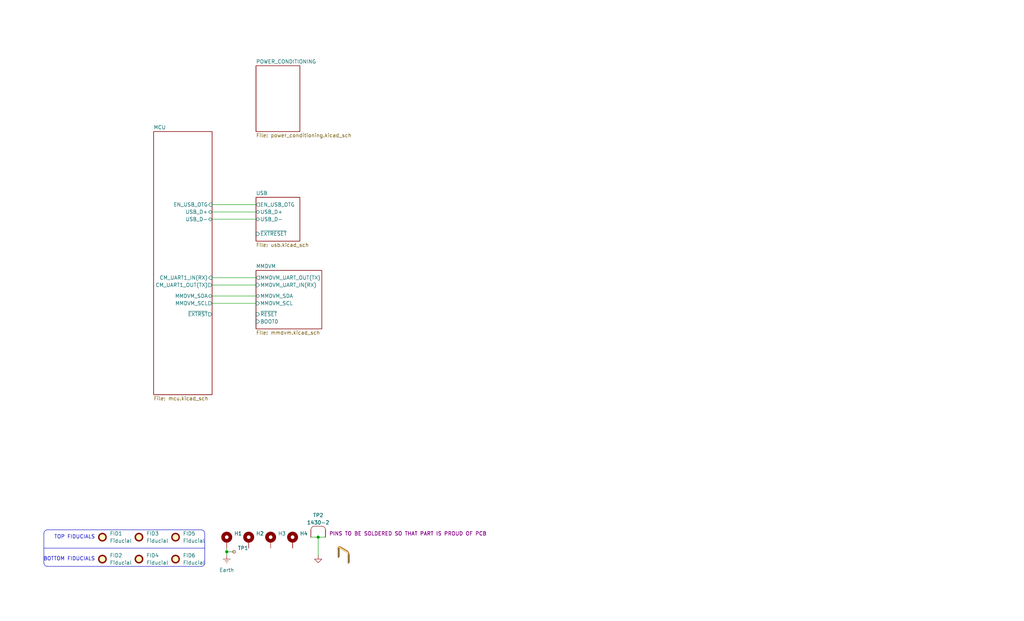
<source format=kicad_sch>
(kicad_sch (version 20250114) (generator "eeschema") (generator_version "9.0")
  (paper "USLegal")
  (lib_symbols
    (symbol "Connector:TestPoint_Small" (pin_numbers (hide yes)) (pin_names (offset 0.762) (hide yes))
      (property "Reference" "TP" (at 0 3.81 0))
      (property "Value" "TestPoint_Small" (at 0 2.032 0))
      (symbol "TestPoint_Small_0_1"
        (circle (center 0 0) (radius 0.508))
      )
      (symbol "TestPoint_Small_1_1"
        (pin passive line (at 0 0 90) (length 0) (name "1") (number "1"))
      )
    )
    (symbol "DDCEE:GND" (power) (pin_numbers (hide yes)) (pin_names (offset 0) (hide yes))
      (symbol "GND_0_1"
        (polyline (pts (xy 0 0) (xy 0 -1.27) (xy 1.27 -1.27) (xy 0 -2.54) (xy -1.27 -1.27) (xy 0 -1.27)))
      )
      (symbol "GND_1_1"
        (pin power_in line (at 0 0 270) (length 0) (name "~") (number "1"))
      )
    )
    (symbol "DDCEE:TP_2P_Keystone_1430-2" (pin_numbers (hide yes)) (pin_names (hide yes))
      (property "Reference" "TP" (at 2.54 4.826 0))
      (property "Value" "1430-2" (at 8.636 1.016 0))
      (property "Assembly Instructions" "PINS TO BE SOLDERED SO THAT PART IS PROUD OF PCB" (at 30.734 -0.508 0))
      (symbol "TP_2P_Keystone_1430-2_0_1"
        (polyline (pts (xy 1.27 3.81) (xy 3.81 3.81)))
        (arc (start 0 2.54) (mid 0.372 3.438) (end 1.27 3.81))
        (arc (start 3.81 3.81) (mid 4.708 3.438) (end 5.08 2.54))
      )
      (symbol "TP_2P_Keystone_1430-2_1_1"
        (pin power_in line (at 0 0 90) (length 2.54) (name "1") (number "1"))
        (pin power_in line (at 5.08 0 90) (length 2.54) (name "2") (number "2"))
      )
    )
    (symbol "Mechanical:Fiducial" (exclude_from_sim yes) (in_bom no)
      (property "Reference" "FID" (at 0 5.08 0))
      (property "Value" "Fiducial" (at 0 3.175 0))
      (symbol "Fiducial_0_1"
        (circle (center 0 0) (radius 1.27) (stroke (width 0.508)) (fill (type background)))
      )
    )
    (symbol "Mechanical:MountingHole_Pad" (pin_numbers (hide yes)) (pin_names (offset 1.016) (hide yes)) (exclude_from_sim yes) (in_bom no)
      (property "Reference" "H" (at 0 6.35 0))
      (property "Value" "MountingHole_Pad" (at 0 4.445 0))
      (symbol "MountingHole_Pad_0_1"
        (circle (center 0 1.27) (radius 1.27) (stroke (width 1.27)))
      )
      (symbol "MountingHole_Pad_1_1"
        (pin input line (at 0 -2.54 90) (length 2.54) (name "1") (number "1"))
      )
    )
    (symbol "power:Earth" (power) (pin_numbers (hide yes)) (pin_names (offset 0) (hide yes))
      (property "Value" "Earth" (at 0 -3.81 0))
      (symbol "Earth_0_1"
        (polyline (pts (xy -0.635 -1.905) (xy 0.635 -1.905)))
        (polyline (pts (xy -0.127 -2.54) (xy 0.127 -2.54)))
        (polyline (pts (xy 0 -1.27) (xy 0 0)))
        (polyline (pts (xy 1.27 -1.27) (xy -1.27 -1.27)))
      )
      (symbol "Earth_1_1"
        (pin power_in line (at 0 0 270) (length 0) (name "~") (number "1"))
      )
    )
  )
  (arc (start 16.51 196.85) (mid 15.612 196.478) (end 15.24 195.58))
  (arc (start 15.24 185.42) (mid 15.612 184.522) (end 16.51 184.15))
  (arc (start 69.85 184.15) (mid 70.748 184.522) (end 71.12 185.42))
  (arc (start 71.12 195.58) (mid 70.748 196.478) (end 69.85 196.85))
  (text "BOTTOM FIDUCIALS\n" (at 33.02 194.31 0) (effects (font (size 1.27 1.27)) (justify right)))
  (text "TOP FIDUCIALS" (at 33.02 186.69 0) (effects (font (size 1.27 1.27)) (justify right)))
  (junction (at 110.49 186.69))
  (junction (at 78.74 191.77))
  (no_connect (at -85.09 3.81))
  (polyline (pts (xy 71.12 185.42) (xy 71.12 195.58)))
  (wire (pts (xy 107.95 186.69) (xy 110.49 186.69)))
  (polyline (pts (xy 15.24 190.5) (xy 71.12 190.5)))
  (wire (pts (xy 78.74 191.77) (xy 81.28 191.77)))
  (wire (pts (xy 110.49 186.69) (xy 113.03 186.69)))
  (wire (pts (xy 73.66 76.2) (xy 88.9 76.2)))
  (wire (pts (xy 110.49 193.04) (xy 110.49 186.69)))
  (wire (pts (xy 78.74 190.5) (xy 78.74 191.77)))
  (polyline (pts (xy 15.24 185.42) (xy 15.24 195.58)))
  (wire (pts (xy 73.66 105.41) (xy 88.9 105.41)))
  (polyline (pts (xy 16.51 196.85) (xy 69.85 196.85)))
  (polyline (pts (xy 16.51 184.15) (xy 69.85 184.15)))
  (wire (pts (xy 78.74 191.77) (xy 78.74 193.04)))
  (wire (pts (xy 73.66 73.66) (xy 88.9 73.66)))
  (wire (pts (xy 73.66 102.87) (xy 88.9 102.87)))
  (wire (pts (xy 73.66 99.06) (xy 88.9 99.06)))
  (wire (pts (xy 73.66 96.52) (xy 88.9 96.52)))
  (wire (pts (xy 73.66 71.12) (xy 88.9 71.12)))
  (image (at 119.38 193.04) (scale 0.218519))
  (symbol (lib_id "power:Earth") (at 78.74 193.04 0) (unit 1)
    (property "Reference" "#PWR061" (effects (hide yes)))
    (property "Value" "Earth" (at 78.74 198.12 0))
    (property "Description" "Power symbol creates a global label with name \"Earth\"" (effects (hide yes)))
  )
  (symbol (lib_id "Mechanical:Fiducial") (at 48.26 194.31 0) (unit 1) (exclude_from_sim yes) (in_bom no)
    (property "Reference" "FID4" (at 50.8 193.04 0) (effects (justify left)))
    (property "Value" "Fiducial" (at 50.8 195.58 0) (effects (justify left)))
    (property "Footprint" "Fiducial:Fiducial_0.75mm_Mask1.5mm" (effects (hide yes)))
    (property "Description" "Fiducial Marker" (effects (hide yes)))
  )
  (symbol (lib_id "Mechanical:Fiducial") (at 60.96 194.31 0) (unit 1) (exclude_from_sim yes) (in_bom no)
    (property "Reference" "FID6" (at 63.5 193.04 0) (effects (justify left)))
    (property "Value" "Fiducial" (at 63.5 195.58 0) (effects (justify left)))
    (property "Footprint" "Fiducial:Fiducial_0.75mm_Mask1.5mm" (effects (hide yes)))
    (property "Description" "Fiducial Marker" (effects (hide yes)))
  )
  (symbol (lib_id "DDCEE:TP_2P_Keystone_1430-2") (at 107.95 186.69 0) (unit 1)
    (property "Reference" "TP2" (at 110.49 179.07 0))
    (property "Value" "1430-2" (at 110.49 181.61 0))
    (property "Footprint" "DDCEE:TP_2P_Keystone_1430-2" (effects (hide yes)))
    (property "Datasheet" "https://www.keyelco.com/userAssets/file/M65p105.pdf" (effects (hide yes)))
    (property "Description" "PIN SHORTING .040\"DIA" (effects (hide yes)))
    (property "Detailed Description" "2 (1 x 2) Position Shunt Connector Non-Insulated 0.250\" (6.40mm) Gold" (effects (hide yes)))
    (property "Manufacturer" "Keystone Electronics" (effects (hide yes)))
    (property "Manufacturer PN" "1430-2" (effects (hide yes)))
    (property "Supplier 1" "DigiKey" (effects (hide yes)))
    (property "Supplier 1 PN" "36-1430-2-ND" (effects (hide yes)))
    (property "Supplier 1 Link" "https://www.digikey.com/en/products/detail/keystone-electronics/1430-2/2746418" (effects (hide yes)))
    (property "Assembly Instructions" "PINS TO BE SOLDERED SO THAT PART IS PROUD OF PCB" (at 114.3 185.42 0) (effects (justify left)))
  )
  (symbol (lib_id "Mechanical:MountingHole_Pad") (at 86.36 187.96 0) (unit 1) (exclude_from_sim yes) (in_bom no)
    (property "Reference" "H2" (at 88.9 185.42 0) (effects (justify left)))
    (property "Value" "MountingHole_Pad" (effects (hide yes)))
    (property "Footprint" "MountingHole:MountingHole_3.2mm_M3" (effects (hide yes)))
    (property "Description" "Mounting Hole with connection" (effects (hide yes)))
  )
  (symbol (lib_id "Mechanical:Fiducial") (at 60.96 186.69 0) (unit 1) (exclude_from_sim yes) (in_bom no)
    (property "Reference" "FID5" (at 63.5 185.42 0) (effects (justify left)))
    (property "Value" "Fiducial" (at 63.5 187.96 0) (effects (justify left)))
    (property "Footprint" "Fiducial:Fiducial_0.75mm_Mask1.5mm" (effects (hide yes)))
    (property "Description" "Fiducial Marker" (effects (hide yes)))
  )
  (symbol (lib_id "Mechanical:MountingHole_Pad") (at 78.74 187.96 0) (unit 1) (exclude_from_sim yes) (in_bom no)
    (property "Reference" "H1" (at 81.28 185.42 0) (effects (justify left)))
    (property "Value" "MountingHole_Pad" (effects (hide yes)))
    (property "Footprint" "MountingHole:MountingHole_3.2mm_M3_Pad_Via" (effects (hide yes)))
    (property "Description" "Mounting Hole with connection" (effects (hide yes)))
  )
  (symbol (lib_id "Mechanical:Fiducial") (at 48.26 186.69 0) (unit 1) (exclude_from_sim yes) (in_bom no)
    (property "Reference" "FID3" (at 50.8 185.42 0) (effects (justify left)))
    (property "Value" "Fiducial" (at 50.8 187.96 0) (effects (justify left)))
    (property "Footprint" "Fiducial:Fiducial_0.75mm_Mask1.5mm" (effects (hide yes)))
    (property "Description" "Fiducial Marker" (effects (hide yes)))
  )
  (symbol (lib_id "Connector:TestPoint_Small") (at 81.28 191.77 0) (unit 1) (exclude_from_sim yes) (in_bom no)
    (property "Reference" "TP1" (at 82.55 190.5 0) (effects (justify left)))
    (property "Value" "TestPoint_Small" (effects (hide yes)))
    (property "Footprint" "TestPoint:TestPoint_Pad_D2.5mm" (effects (hide yes)))
    (property "Description" "test point" (effects (hide yes)))
  )
  (symbol (lib_id "Mechanical:Fiducial") (at 35.56 186.69 0) (unit 1) (exclude_from_sim yes) (in_bom no)
    (property "Reference" "FID1" (at 38.1 185.42 0) (effects (justify left)))
    (property "Value" "Fiducial" (at 38.1 187.96 0) (effects (justify left)))
    (property "Footprint" "Fiducial:Fiducial_0.75mm_Mask1.5mm" (effects (hide yes)))
    (property "Description" "Fiducial Marker" (effects (hide yes)))
  )
  (symbol (lib_id "Mechanical:MountingHole_Pad") (at 93.98 187.96 0) (unit 1) (exclude_from_sim yes) (in_bom no)
    (property "Reference" "H3" (at 96.52 185.42 0) (effects (justify left)))
    (property "Value" "MountingHole_Pad" (effects (hide yes)))
    (property "Footprint" "MountingHole:MountingHole_3.2mm_M3" (effects (hide yes)))
    (property "Description" "Mounting Hole with connection" (effects (hide yes)))
  )
  (symbol (lib_id "DDCEE:GND") (at 110.49 193.04 0) (unit 1)
    (property "Reference" "#PWR062" (effects (hide yes)))
    (property "Value" "GND" (effects (hide yes)))
    (property "Description" "Power symbol creates a global label with name \"GND\" , ground" (effects (hide yes)))
  )
  (symbol (lib_id "Mechanical:Fiducial") (at 35.56 194.31 0) (unit 1) (exclude_from_sim yes) (in_bom no)
    (property "Reference" "FID2" (at 38.1 193.04 0) (effects (justify left)))
    (property "Value" "Fiducial" (at 38.1 195.58 0) (effects (justify left)))
    (property "Footprint" "Fiducial:Fiducial_0.75mm_Mask1.5mm" (effects (hide yes)))
    (property "Description" "Fiducial Marker" (effects (hide yes)))
  )
  (symbol (lib_id "Mechanical:MountingHole_Pad") (at 101.6 187.96 0) (unit 1) (exclude_from_sim yes) (in_bom no)
    (property "Reference" "H4" (at 104.14 185.42 0) (effects (justify left)))
    (property "Value" "MountingHole_Pad" (effects (hide yes)))
    (property "Footprint" "MountingHole:MountingHole_3.2mm_M3" (effects (hide yes)))
    (property "Description" "Mounting Hole with connection" (effects (hide yes)))
  )
  (sheet (at 88.9 68.58) (size 15.24 15.24) (stroke (width 0.1524))
    (property "Sheetname" "USB" (at 88.9 67.8684 0) (effects (justify left bottom)))
    (property "Sheetfile" "usb.kicad_sch" (at 88.9 84.4046 0) (effects (justify left top)))
    (pin "EN_USB_OTG" output (at 88.9 71.12 180))
    (pin "USB_D+" bidirectional (at 88.9 73.66 180))
    (pin "~{EXTRESET}" input (at 88.9 81.28 180))
    (pin "USB_D-" bidirectional (at 88.9 76.2 180))
  )
  (sheet (at 53.34 45.72) (size 20.32 91.44) (stroke (width 0.1524))
    (property "Sheetname" "MCU" (at 53.34 45.0084 0) (effects (justify left bottom)))
    (property "Sheetfile" "mcu.kicad_sch" (at 53.34 137.7446 0) (effects (justify left top)))
    (pin "USB_D-" bidirectional (at 73.66 76.2 0))
    (pin "USB_D+" bidirectional (at 73.66 73.66 0))
    (pin "EN_USB_OTG" input (at 73.66 71.12 0))
    (pin "~{EXTRST}" output (at 73.66 109.22 0))
    (pin "CM_UART1_IN(RX)" input (at 73.66 96.52 0))
    (pin "MMDVM_SCL" output (at 73.66 105.41 0))
    (pin "MMDVM_SDA" bidirectional (at 73.66 102.87 0))
    (pin "CM_UART1_OUT(TX)" output (at 73.66 99.06 0))
  )
  (sheet (at 88.9 93.98) (size 22.86 20.32) (stroke (width 0.1524))
    (property "Sheetname" "MMDVM" (at 88.9 93.2684 0) (effects (justify left bottom)))
    (property "Sheetfile" "mmdvm.kicad_sch" (at 88.9 114.8846 0) (effects (justify left top)))
    (pin "MMDVM_UART_OUT(TX)" output (at 88.9 96.52 180))
    (pin "BOOT0" input (at 88.9 111.76 180))
    (pin "MMDVM_SDA" bidirectional (at 88.9 102.87 180))
    (pin "MMDVM_SCL" input (at 88.9 105.41 180))
    (pin "MMDVM_UART_IN(RX)" input (at 88.9 99.06 180))
    (pin "~{RESET}" input (at 88.9 109.22 180))
  )
  (sheet (at 88.9 22.86) (size 15.24 22.86) (stroke (width 0.1524))
    (property "Sheetname" "POWER_CONDITIONING" (at 88.9 22.1484 0) (effects (justify left bottom)))
    (property "Sheetfile" "power_conditioning.kicad_sch" (at 88.9 46.3046 0) (effects (justify left top)))
  )
)
</source>
